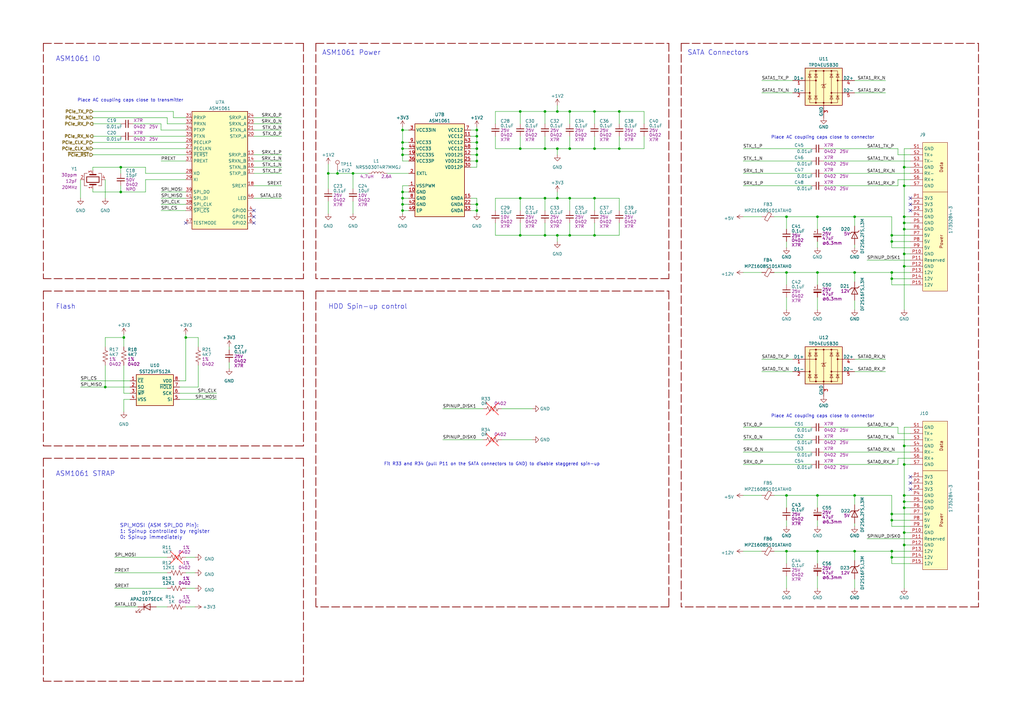
<source format=kicad_sch>
(kicad_sch (version 20211123) (generator eeschema)
  (paper "A3")
  (title_block (title "Pintry X2") (rev "${RevNum}") (company "www.cezarchirila.com") (comment 1 "2-bay NAS based on RPi CM4") (comment 9 "${DrawnBy}"))
  (junction (at 335.28 88.9) (diameter 0.9144))
  (junction (at 165.1 83.82) (diameter 0.9144))
  (junction (at 322.58 111.76) (diameter 0.9144))
  (junction (at 370.84 68.58) (diameter 0.9144))
  (junction (at 350.52 111.76) (diameter 0.9144))
  (junction (at 370.84 76.2) (diameter 0.9144))
  (junction (at 365.76 114.3) (diameter 0.9144))
  (junction (at 213.36 45.72) (diameter 0.9144))
  (junction (at 322.58 203.2) (diameter 0.9144))
  (junction (at 223.52 60.96) (diameter 0.9144))
  (junction (at 165.1 60.96) (diameter 0.9144))
  (junction (at 350.52 88.9) (diameter 0.9144))
  (junction (at 254 60.96) (diameter 0.9144))
  (junction (at 370.84 104.14) (diameter 0.9144))
  (junction (at 165.1 53.34) (diameter 0.9144))
  (junction (at 213.36 96.52) (diameter 0.9144))
  (junction (at 49.53 78.74) (diameter 0.9144))
  (junction (at 365.76 213.36) (diameter 0.9144))
  (junction (at 233.68 45.72) (diameter 0.9144))
  (junction (at 365.76 99.06) (diameter 0.9144))
  (junction (at 138.43 71.12) (diameter 0.9144))
  (junction (at 134.62 71.12) (diameter 0.9144))
  (junction (at 254 45.72) (diameter 0.9144))
  (junction (at 195.58 86.36))
  (junction (at 243.84 45.72) (diameter 0.9144))
  (junction (at 195.58 60.96) (diameter 0.9144))
  (junction (at 49.53 68.58) (diameter 0.9144))
  (junction (at 335.28 111.76) (diameter 0.9144))
  (junction (at 195.58 63.5) (diameter 0.9144))
  (junction (at 370.84 91.44) (diameter 0.9144))
  (junction (at 370.84 205.74) (diameter 0.9144))
  (junction (at 243.84 60.96) (diameter 0.9144))
  (junction (at 365.76 111.76) (diameter 0.9144))
  (junction (at 350.52 203.2) (diameter 0.9144))
  (junction (at 233.68 81.28) (diameter 0.9144))
  (junction (at 370.84 223.52) (diameter 0.9144))
  (junction (at 165.1 81.28) (diameter 0.9144))
  (junction (at 335.28 203.2) (diameter 0.9144))
  (junction (at 223.52 81.28) (diameter 0.9144))
  (junction (at 195.58 55.88) (diameter 0.9144))
  (junction (at 370.84 88.9) (diameter 0.9144))
  (junction (at 165.1 86.36))
  (junction (at 213.36 81.28) (diameter 0.9144))
  (junction (at 165.1 63.5) (diameter 0.9144))
  (junction (at 335.28 226.06) (diameter 0.9144))
  (junction (at 195.58 83.82) (diameter 0.9144))
  (junction (at 233.68 60.96) (diameter 0.9144))
  (junction (at 322.58 88.9) (diameter 0.9144))
  (junction (at 228.6 45.72) (diameter 0.9144))
  (junction (at 144.78 71.12) (diameter 0.9144))
  (junction (at 233.68 96.52) (diameter 0.9144))
  (junction (at 370.84 190.5) (diameter 0.9144))
  (junction (at 213.36 60.96) (diameter 0.9144))
  (junction (at 365.76 228.6) (diameter 0.9144))
  (junction (at 223.52 96.52) (diameter 0.9144))
  (junction (at 322.58 226.06) (diameter 0.9144))
  (junction (at 228.6 60.96) (diameter 0.9144))
  (junction (at 370.84 218.44) (diameter 0.9144))
  (junction (at 370.84 208.28) (diameter 0.9144))
  (junction (at 365.76 226.06) (diameter 0.9144))
  (junction (at 223.52 45.72) (diameter 0.9144))
  (junction (at 195.58 66.04) (diameter 0.9144))
  (junction (at 243.84 81.28) (diameter 0.9144))
  (junction (at 50.8 138.43) (diameter 0.9144))
  (junction (at 370.84 93.98) (diameter 0.9144))
  (junction (at 370.84 203.2) (diameter 0.9144))
  (junction (at 228.6 96.52) (diameter 0.9144))
  (junction (at 365.76 96.52) (diameter 0.9144))
  (junction (at 228.6 81.28) (diameter 0.9144))
  (junction (at 243.84 96.52) (diameter 0.9144))
  (junction (at 370.84 182.88) (diameter 0.9144))
  (junction (at 350.52 226.06) (diameter 0.9144))
  (junction (at 43.18 158.75) (diameter 0.9144))
  (junction (at 195.58 58.42) (diameter 0.9144))
  (junction (at 165.1 78.74) (diameter 0.9144))
  (junction (at 370.84 109.22) (diameter 0.9144))
  (junction (at 195.58 53.34) (diameter 0.9144))
  (junction (at 365.76 210.82) (diameter 0.9144))
  (junction (at 76.2 138.43) (diameter 0.9144))
  (junction (at 165.1 58.42) (diameter 0.9144))
  (no_connect (at 76.2 91.44))
  (no_connect (at 104.14 86.36))
  (no_connect (at 104.14 88.9))
  (no_connect (at 104.14 91.44))
  (no_connect (at 373.38 86.36))
  (no_connect (at 373.38 83.82))
  (no_connect (at 373.38 195.58))
  (no_connect (at 373.38 198.12))
  (no_connect (at 373.38 200.66))
  (no_connect (at 373.38 81.28))
  (wire (pts (xy 33.02 73.66) (xy 33.02 81.28)))
  (wire (pts (xy 304.8 88.9) (xy 312.42 88.9)))
  (wire (pts (xy 335.28 88.9) (xy 335.28 93.98)))
  (wire (pts (xy 104.14 66.04) (xy 115.57 66.04)))
  (wire (pts (xy 335.28 99.06) (xy 335.28 101.6)))
  (wire (pts (xy 138.43 69.85) (xy 138.43 71.12)))
  (wire (pts (xy 243.84 81.28) (xy 243.84 86.36)))
  (wire (pts (xy 365.76 215.9) (xy 365.76 213.36)))
  (wire (pts (xy 373.38 215.9) (xy 365.76 215.9)))
  (wire (pts (xy 370.84 76.2) (xy 370.84 88.9)))
  (wire (pts (xy 81.28 142.24) (xy 81.28 138.43)))
  (wire (pts (xy 304.8 190.5) (xy 332.74 190.5)))
  (wire (pts (xy 165.1 60.96) (xy 167.64 60.96)))
  (wire (pts (xy 368.3 73.66) (xy 373.38 73.66)))
  (wire (pts (xy 38.1 45.72) (xy 71.12 45.72)))
  (wire (pts (xy 71.12 48.26) (xy 71.12 45.72)))
  (wire (pts (xy 38.1 50.8) (xy 49.53 50.8)))
  (wire (pts (xy 49.53 76.2) (xy 49.53 78.74)))
  (wire (pts (xy 370.84 76.2) (xy 373.38 76.2)))
  (wire (pts (xy 93.98 148.59) (xy 93.98 151.13)))
  (wire (pts (xy 337.82 76.2) (xy 368.3 76.2)))
  (polyline (pts (xy 199.39 165.1) (xy 204.47 170.18)) (stroke (width 0.2) (type solid) (color 255 0 0 1)))
  (wire (pts (xy 73.66 156.21) (xy 76.2 156.21)))
  (wire (pts (xy 193.04 58.42) (xy 195.58 58.42)))
  (wire (pts (xy 195.58 52.07) (xy 195.58 53.34)))
  (wire (pts (xy 195.58 53.34) (xy 195.58 55.88)))
  (wire (pts (xy 195.58 55.88) (xy 195.58 58.42)))
  (wire (pts (xy 195.58 58.42) (xy 195.58 60.96)))
  (wire (pts (xy 195.58 60.96) (xy 195.58 63.5)))
  (wire (pts (xy 195.58 63.5) (xy 195.58 66.04)))
  (wire (pts (xy 195.58 66.04) (xy 195.58 68.58)))
  (wire (pts (xy 195.58 68.58) (xy 193.04 68.58)))
  (polyline (pts (xy 129.54 119.38) (xy 274.32 119.38)) (stroke (width 0.3) (type dash) (color 132 0 0 1)))
  (wire (pts (xy 370.84 68.58) (xy 370.84 76.2)))
  (wire (pts (xy 223.52 91.44) (xy 223.52 96.52)))
  (wire (pts (xy 203.2 81.28) (xy 203.2 86.36)))
  (wire (pts (xy 213.36 81.28) (xy 203.2 81.28)))
  (wire (pts (xy 223.52 81.28) (xy 213.36 81.28)))
  (wire (pts (xy 228.6 81.28) (xy 223.52 81.28)))
  (wire (pts (xy 233.68 81.28) (xy 228.6 81.28)))
  (wire (pts (xy 243.84 81.28) (xy 233.68 81.28)))
  (wire (pts (xy 254 81.28) (xy 243.84 81.28)))
  (wire (pts (xy 254 86.36) (xy 254 81.28)))
  (wire (pts (xy 243.84 91.44) (xy 243.84 96.52)))
  (wire (pts (xy 335.28 236.22) (xy 335.28 241.3)))
  (wire (pts (xy 370.84 205.74) (xy 373.38 205.74)))
  (wire (pts (xy 193.04 53.34) (xy 195.58 53.34)))
  (wire (pts (xy 158.75 71.12) (xy 167.64 71.12)))
  (wire (pts (xy 38.1 55.88) (xy 49.53 55.88)))
  (wire (pts (xy 165.1 63.5) (xy 167.64 63.5)))
  (wire (pts (xy 370.84 88.9) (xy 373.38 88.9)))
  (polyline (pts (xy 199.39 177.8) (xy 204.47 182.88)) (stroke (width 0.2) (type solid) (color 255 0 0 1)))
  (wire (pts (xy 335.28 111.76) (xy 335.28 116.84)))
  (wire (pts (xy 370.84 109.22) (xy 373.38 109.22)))
  (polyline (pts (xy 401.32 248.92) (xy 279.4 248.92)) (stroke (width 0.3) (type dash) (color 132 0 0 1)))
  (wire (pts (xy 335.28 226.06) (xy 335.28 231.14)))
  (wire (pts (xy 50.8 149.86) (xy 50.8 161.29)))
  (wire (pts (xy 304.8 71.12) (xy 332.74 71.12)))
  (wire (pts (xy 370.84 208.28) (xy 373.38 208.28)))
  (polyline (pts (xy 17.78 17.78) (xy 124.46 17.78)) (stroke (width 0.3) (type dash) (color 132 0 0 1)))
  (wire (pts (xy 317.5 88.9) (xy 322.58 88.9)))
  (wire (pts (xy 322.58 88.9) (xy 335.28 88.9)))
  (wire (pts (xy 350.52 147.32) (xy 363.22 147.32)))
  (wire (pts (xy 373.38 116.84) (xy 365.76 116.84)))
  (wire (pts (xy 49.53 68.58) (xy 49.53 71.12)))
  (wire (pts (xy 322.58 213.36) (xy 322.58 215.9)))
  (wire (pts (xy 104.14 50.8) (xy 115.57 50.8)))
  (wire (pts (xy 370.84 182.88) (xy 373.38 182.88)))
  (wire (pts (xy 66.04 78.74) (xy 76.2 78.74)))
  (polyline (pts (xy 274.32 119.38) (xy 274.32 248.92)) (stroke (width 0.3) (type dash) (color 132 0 0 1)))
  (wire (pts (xy 81.28 149.86) (xy 81.28 158.75)))
  (wire (pts (xy 233.68 55.88) (xy 233.68 60.96)))
  (wire (pts (xy 370.84 109.22) (xy 370.84 127)))
  (polyline (pts (xy 129.54 17.78) (xy 129.54 114.3)) (stroke (width 0.3) (type dash) (color 132 0 0 1)))
  (wire (pts (xy 76.2 241.3) (xy 80.01 241.3)))
  (polyline (pts (xy 124.46 187.96) (xy 124.46 279.4)) (stroke (width 0.3) (type dash) (color 132 0 0 1)))
  (wire (pts (xy 233.68 81.28) (xy 233.68 86.36)))
  (wire (pts (xy 71.12 48.26) (xy 76.2 48.26)))
  (wire (pts (xy 66.04 50.8) (xy 54.61 50.8)))
  (wire (pts (xy 66.04 53.34) (xy 66.04 50.8)))
  (wire (pts (xy 76.2 53.34) (xy 66.04 53.34)))
  (wire (pts (xy 76.2 228.6) (xy 80.01 228.6)))
  (wire (pts (xy 370.84 60.96) (xy 370.84 68.58)))
  (wire (pts (xy 93.98 142.24) (xy 93.98 143.51)))
  (wire (pts (xy 76.2 137.16) (xy 76.2 138.43)))
  (wire (pts (xy 165.1 53.34) (xy 167.64 53.34)))
  (wire (pts (xy 337.82 175.26) (xy 368.3 175.26)))
  (wire (pts (xy 368.3 177.8) (xy 368.3 175.26)))
  (wire (pts (xy 373.38 177.8) (xy 368.3 177.8)))
  (wire (pts (xy 193.04 81.28) (xy 195.58 81.28)))
  (wire (pts (xy 50.8 161.29) (xy 53.34 161.29)))
  (wire (pts (xy 254 45.72) (xy 254 50.8)))
  (wire (pts (xy 373.38 101.6) (xy 365.76 101.6)))
  (wire (pts (xy 370.84 93.98) (xy 373.38 93.98)))
  (wire (pts (xy 335.28 111.76) (xy 350.52 111.76)))
  (polyline (pts (xy 274.32 114.3) (xy 129.54 114.3)) (stroke (width 0.3) (type dash) (color 132 0 0 1)))
  (wire (pts (xy 38.1 60.96) (xy 76.2 60.96)))
  (wire (pts (xy 213.36 45.72) (xy 213.36 50.8)))
  (wire (pts (xy 228.6 43.18) (xy 228.6 45.72)))
  (wire (pts (xy 104.14 53.34) (xy 115.57 53.34)))
  (wire (pts (xy 203.2 45.72) (xy 203.2 50.8)))
  (wire (pts (xy 213.36 45.72) (xy 203.2 45.72)))
  (wire (pts (xy 223.52 45.72) (xy 213.36 45.72)))
  (wire (pts (xy 228.6 45.72) (xy 223.52 45.72)))
  (wire (pts (xy 233.68 45.72) (xy 228.6 45.72)))
  (wire (pts (xy 243.84 45.72) (xy 233.68 45.72)))
  (wire (pts (xy 254 45.72) (xy 243.84 45.72)))
  (wire (pts (xy 264.16 45.72) (xy 254 45.72)))
  (wire (pts (xy 264.16 50.8) (xy 264.16 45.72)))
  (wire (pts (xy 88.9 161.29) (xy 73.66 161.29)))
  (wire (pts (xy 165.1 81.28) (xy 167.64 81.28)))
  (wire (pts (xy 365.76 114.3) (xy 373.38 114.3)))
  (wire (pts (xy 66.04 81.28) (xy 76.2 81.28)))
  (wire (pts (xy 203.2 91.44) (xy 203.2 96.52)))
  (wire (pts (xy 203.2 96.52) (xy 213.36 96.52)))
  (wire (pts (xy 213.36 96.52) (xy 223.52 96.52)))
  (wire (pts (xy 223.52 96.52) (xy 228.6 96.52)))
  (wire (pts (xy 228.6 96.52) (xy 233.68 96.52)))
  (wire (pts (xy 233.68 96.52) (xy 243.84 96.52)))
  (wire (pts (xy 243.84 96.52) (xy 254 96.52)))
  (wire (pts (xy 254 96.52) (xy 254 91.44)))
  (wire (pts (xy 350.52 88.9) (xy 350.52 92.71)))
  (wire (pts (xy 370.84 190.5) (xy 373.38 190.5)))
  (wire (pts (xy 304.8 180.34) (xy 332.74 180.34)))
  (wire (pts (xy 104.14 76.2) (xy 115.57 76.2)))
  (wire (pts (xy 350.52 123.19) (xy 350.52 127)))
  (wire (pts (xy 304.8 111.76) (xy 312.42 111.76)))
  (wire (pts (xy 370.84 93.98) (xy 370.84 104.14)))
  (wire (pts (xy 312.42 152.4) (xy 325.12 152.4)))
  (polyline (pts (xy 199.39 170.18) (xy 204.47 165.1)) (stroke (width 0.2) (type solid) (color 255 0 0 1)))
  (polyline (pts (xy 129.54 17.78) (xy 274.32 17.78)) (stroke (width 0.3) (type dash) (color 132 0 0 1)))
  (wire (pts (xy 66.04 83.82) (xy 76.2 83.82)))
  (wire (pts (xy 322.58 226.06) (xy 335.28 226.06)))
  (wire (pts (xy 322.58 231.14) (xy 322.58 226.06)))
  (wire (pts (xy 335.28 226.06) (xy 350.52 226.06)))
  (wire (pts (xy 350.52 226.06) (xy 365.76 226.06)))
  (wire (pts (xy 365.76 226.06) (xy 373.38 226.06)))
  (polyline (pts (xy 69.85 226.06) (xy 74.93 231.14)) (stroke (width 0.2) (type solid) (color 255 0 0 1)))
  (polyline (pts (xy 401.32 17.78) (xy 401.32 248.92)) (stroke (width 0.3) (type dash) (color 132 0 0 1)))
  (wire (pts (xy 370.84 175.26) (xy 370.84 182.88)))
  (wire (pts (xy 370.84 182.88) (xy 370.84 190.5)))
  (wire (pts (xy 370.84 190.5) (xy 370.84 203.2)))
  (wire (pts (xy 370.84 203.2) (xy 370.84 205.74)))
  (wire (pts (xy 370.84 205.74) (xy 370.84 208.28)))
  (wire (pts (xy 370.84 208.28) (xy 370.84 218.44)))
  (wire (pts (xy 370.84 218.44) (xy 370.84 223.52)))
  (wire (pts (xy 370.84 223.52) (xy 370.84 241.3)))
  (wire (pts (xy 373.38 175.26) (xy 370.84 175.26)))
  (wire (pts (xy 337.82 71.12) (xy 373.38 71.12)))
  (wire (pts (xy 304.8 185.42) (xy 332.74 185.42)))
  (wire (pts (xy 50.8 138.43) (xy 50.8 142.24)))
  (wire (pts (xy 370.84 223.52) (xy 373.38 223.52)))
  (wire (pts (xy 370.84 91.44) (xy 370.84 93.98)))
  (wire (pts (xy 88.9 163.83) (xy 73.66 163.83)))
  (wire (pts (xy 76.2 248.92) (xy 80.01 248.92)))
  (wire (pts (xy 104.14 63.5) (xy 115.57 63.5)))
  (wire (pts (xy 373.38 96.52) (xy 365.76 96.52)))
  (wire (pts (xy 350.52 111.76) (xy 365.76 111.76)))
  (wire (pts (xy 43.18 73.66) (xy 43.18 81.28)))
  (wire (pts (xy 373.38 99.06) (xy 365.76 99.06)))
  (wire (pts (xy 203.2 55.88) (xy 203.2 60.96)))
  (wire (pts (xy 203.2 60.96) (xy 213.36 60.96)))
  (wire (pts (xy 213.36 60.96) (xy 223.52 60.96)))
  (wire (pts (xy 223.52 60.96) (xy 228.6 60.96)))
  (wire (pts (xy 228.6 60.96) (xy 233.68 60.96)))
  (wire (pts (xy 233.68 60.96) (xy 243.84 60.96)))
  (wire (pts (xy 243.84 60.96) (xy 254 60.96)))
  (wire (pts (xy 254 60.96) (xy 264.16 60.96)))
  (wire (pts (xy 264.16 60.96) (xy 264.16 55.88)))
  (wire (pts (xy 373.38 63.5) (xy 368.3 63.5)))
  (wire (pts (xy 350.52 100.33) (xy 350.52 101.6)))
  (wire (pts (xy 46.99 234.95) (xy 68.58 234.95)))
  (wire (pts (xy 165.1 78.74) (xy 167.64 78.74)))
  (wire (pts (xy 43.18 138.43) (xy 50.8 138.43)))
  (wire (pts (xy 50.8 138.43) (xy 50.8 137.16)))
  (wire (pts (xy 38.1 78.74) (xy 49.53 78.74)))
  (wire (pts (xy 49.53 78.74) (xy 59.69 78.74)))
  (wire (pts (xy 59.69 73.66) (xy 76.2 73.66)))
  (wire (pts (xy 59.69 78.74) (xy 59.69 73.66)))
  (wire (pts (xy 134.62 82.55) (xy 134.62 87.63)))
  (wire (pts (xy 205.74 180.34) (xy 218.44 180.34)))
  (wire (pts (xy 38.1 68.58) (xy 38.1 69.85)))
  (wire (pts (xy 104.14 71.12) (xy 115.57 71.12)))
  (polyline (pts (xy 124.46 17.78) (xy 124.46 114.3)) (stroke (width 0.3) (type dash) (color 132 0 0 1)))
  (wire (pts (xy 322.58 236.22) (xy 322.58 241.3)))
  (wire (pts (xy 243.84 45.72) (xy 243.84 50.8)))
  (wire (pts (xy 38.1 77.47) (xy 38.1 78.74)))
  (wire (pts (xy 43.18 149.86) (xy 43.18 158.75)))
  (wire (pts (xy 193.04 83.82) (xy 195.58 83.82)))
  (wire (pts (xy 370.84 91.44) (xy 373.38 91.44)))
  (wire (pts (xy 304.8 66.04) (xy 332.74 66.04)))
  (wire (pts (xy 370.84 203.2) (xy 373.38 203.2)))
  (polyline (pts (xy 279.4 17.78) (xy 401.32 17.78)) (stroke (width 0.3) (type dash) (color 132 0 0 1)))
  (wire (pts (xy 337.82 66.04) (xy 373.38 66.04)))
  (wire (pts (xy 76.2 138.43) (xy 76.2 156.21)))
  (polyline (pts (xy 124.46 279.4) (xy 17.78 279.4)) (stroke (width 0.3) (type dash) (color 132 0 0 1)))
  (wire (pts (xy 317.5 111.76) (xy 322.58 111.76)))
  (wire (pts (xy 165.1 76.2) (xy 167.64 76.2)))
  (wire (pts (xy 165.1 78.74) (xy 165.1 76.2)))
  (wire (pts (xy 165.1 81.28) (xy 165.1 78.74)))
  (wire (pts (xy 165.1 83.82) (xy 165.1 81.28)))
  (wire (pts (xy 165.1 86.36) (xy 165.1 83.82)))
  (wire (pts (xy 165.1 87.63) (xy 165.1 86.36)))
  (polyline (pts (xy 17.78 187.96) (xy 124.46 187.96)) (stroke (width 0.3) (type dash) (color 132 0 0 1)))
  (wire (pts (xy 165.1 52.07) (xy 165.1 53.34)))
  (wire (pts (xy 165.1 53.34) (xy 165.1 58.42)))
  (wire (pts (xy 165.1 58.42) (xy 165.1 60.96)))
  (wire (pts (xy 165.1 60.96) (xy 165.1 63.5)))
  (wire (pts (xy 165.1 63.5) (xy 165.1 66.04)))
  (wire (pts (xy 165.1 66.04) (xy 167.64 66.04)))
  (wire (pts (xy 38.1 48.26) (xy 68.58 48.26)))
  (wire (pts (xy 68.58 50.8) (xy 68.58 48.26)))
  (wire (pts (xy 76.2 50.8) (xy 68.58 50.8)))
  (wire (pts (xy 223.52 45.72) (xy 223.52 50.8)))
  (wire (pts (xy 355.6 106.68) (xy 373.38 106.68)))
  (wire (pts (xy 335.28 88.9) (xy 350.52 88.9)))
  (polyline (pts (xy 17.78 119.38) (xy 17.78 182.88)) (stroke (width 0.3) (type dash) (color 132 0 0 1)))
  (polyline (pts (xy 17.78 119.38) (xy 124.46 119.38)) (stroke (width 0.3) (type dash) (color 132 0 0 1)))
  (polyline (pts (xy 124.46 119.38) (xy 124.46 182.88)) (stroke (width 0.3) (type dash) (color 132 0 0 1)))
  (polyline (pts (xy 124.46 182.88) (xy 17.78 182.88)) (stroke (width 0.3) (type dash) (color 132 0 0 1)))
  (wire (pts (xy 304.8 226.06) (xy 312.42 226.06)))
  (wire (pts (xy 350.52 111.76) (xy 350.52 115.57)))
  (wire (pts (xy 193.04 63.5) (xy 195.58 63.5)))
  (wire (pts (xy 322.58 111.76) (xy 335.28 111.76)))
  (wire (pts (xy 144.78 71.12) (xy 144.78 77.47)))
  (wire (pts (xy 151.13 71.12) (xy 144.78 71.12)))
  (wire (pts (xy 365.76 228.6) (xy 373.38 228.6)))
  (wire (pts (xy 73.66 158.75) (xy 81.28 158.75)))
  (wire (pts (xy 233.68 91.44) (xy 233.68 96.52)))
  (polyline (pts (xy 69.85 231.14) (xy 74.93 226.06)) (stroke (width 0.2) (type solid) (color 255 0 0 1)))
  (wire (pts (xy 373.38 60.96) (xy 370.84 60.96)))
  (wire (pts (xy 33.02 156.21) (xy 53.34 156.21)))
  (wire (pts (xy 193.04 66.04) (xy 195.58 66.04)))
  (wire (pts (xy 50.8 163.83) (xy 53.34 163.83)))
  (wire (pts (xy 50.8 168.91) (xy 50.8 163.83)))
  (wire (pts (xy 254 55.88) (xy 254 60.96)))
  (wire (pts (xy 322.58 99.06) (xy 322.58 101.6)))
  (wire (pts (xy 304.8 203.2) (xy 312.42 203.2)))
  (wire (pts (xy 322.58 208.28) (xy 322.58 203.2)))
  (wire (pts (xy 66.04 86.36) (xy 76.2 86.36)))
  (wire (pts (xy 350.52 33.02) (xy 363.22 33.02)))
  (wire (pts (xy 76.2 138.43) (xy 81.28 138.43)))
  (wire (pts (xy 181.61 180.34) (xy 198.12 180.34)))
  (wire (pts (xy 76.2 234.95) (xy 80.01 234.95)))
  (wire (pts (xy 370.84 68.58) (xy 373.38 68.58)))
  (wire (pts (xy 233.68 45.72) (xy 233.68 50.8)))
  (wire (pts (xy 312.42 147.32) (xy 325.12 147.32)))
  (wire (pts (xy 365.76 96.52) (xy 365.76 88.9)))
  (wire (pts (xy 322.58 121.92) (xy 322.58 127)))
  (wire (pts (xy 193.04 86.36) (xy 195.58 86.36)))
  (wire (pts (xy 193.04 55.88) (xy 195.58 55.88)))
  (wire (pts (xy 195.58 81.28) (xy 195.58 83.82)))
  (wire (pts (xy 195.58 83.82) (xy 195.58 86.36)))
  (wire (pts (xy 195.58 86.36) (xy 195.58 87.63)))
  (polyline (pts (xy 17.78 187.96) (xy 17.78 279.4)) (stroke (width 0.3) (type dash) (color 132 0 0 1)))
  (polyline (pts (xy 199.39 182.88) (xy 204.47 177.8)) (stroke (width 0.2) (type solid) (color 255 0 0 1)))
  (wire (pts (xy 317.5 226.06) (xy 322.58 226.06)))
  (wire (pts (xy 322.58 116.84) (xy 322.58 111.76)))
  (wire (pts (xy 370.84 218.44) (xy 373.38 218.44)))
  (wire (pts (xy 134.62 71.12) (xy 138.43 71.12)))
  (wire (pts (xy 134.62 77.47) (xy 134.62 71.12)))
  (wire (pts (xy 138.43 71.12) (xy 144.78 71.12)))
  (wire (pts (xy 46.99 248.92) (xy 56.515 248.92)))
  (wire (pts (xy 312.42 38.1) (xy 325.12 38.1)))
  (wire (pts (xy 337.82 185.42) (xy 373.38 185.42)))
  (wire (pts (xy 66.04 66.04) (xy 76.2 66.04)))
  (wire (pts (xy 304.8 76.2) (xy 332.74 76.2)))
  (wire (pts (xy 355.6 220.98) (xy 373.38 220.98)))
  (wire (pts (xy 54.61 55.88) (xy 76.2 55.88)))
  (wire (pts (xy 134.62 67.31) (xy 134.62 71.12)))
  (wire (pts (xy 144.78 82.55) (xy 144.78 87.63)))
  (wire (pts (xy 335.28 203.2) (xy 335.28 208.28)))
  (wire (pts (xy 304.8 60.96) (xy 332.74 60.96)))
  (wire (pts (xy 193.04 60.96) (xy 195.58 60.96)))
  (wire (pts (xy 104.14 55.88) (xy 115.57 55.88)))
  (wire (pts (xy 165.1 58.42) (xy 167.64 58.42)))
  (wire (pts (xy 104.14 81.28) (xy 115.57 81.28)))
  (polyline (pts (xy 274.32 17.78) (xy 274.32 114.3)) (stroke (width 0.3) (type dash) (color 132 0 0 1)))
  (wire (pts (xy 335.28 203.2) (xy 350.52 203.2)))
  (wire (pts (xy 43.18 138.43) (xy 43.18 142.24)))
  (wire (pts (xy 350.52 203.2) (xy 350.52 207.01)))
  (wire (pts (xy 104.14 68.58) (xy 115.57 68.58)))
  (polyline (pts (xy 17.78 17.78) (xy 17.78 114.3)) (stroke (width 0.3) (type dash) (color 132 0 0 1)))
  (wire (pts (xy 228.6 78.74) (xy 228.6 81.28)))
  (wire (pts (xy 337.82 190.5) (xy 368.3 190.5)))
  (wire (pts (xy 368.3 187.96) (xy 373.38 187.96)))
  (wire (pts (xy 368.3 190.5) (xy 368.3 187.96)))
  (wire (pts (xy 365.76 228.6) (xy 365.76 226.06)))
  (wire (pts (xy 365.76 231.14) (xy 365.76 228.6)))
  (wire (pts (xy 373.38 231.14) (xy 365.76 231.14)))
  (wire (pts (xy 304.8 175.26) (xy 332.74 175.26)))
  (wire (pts (xy 365.76 114.3) (xy 365.76 111.76)))
  (wire (pts (xy 370.84 104.14) (xy 373.38 104.14)))
  (wire (pts (xy 312.42 33.02) (xy 325.12 33.02)))
  (wire (pts (xy 365.76 213.36) (xy 365.76 210.82)))
  (wire (pts (xy 373.38 213.36) (xy 365.76 213.36)))
  (wire (pts (xy 213.36 55.88) (xy 213.36 60.96)))
  (wire (pts (xy 365.76 99.06) (xy 365.76 96.52)))
  (wire (pts (xy 350.52 226.06) (xy 350.52 229.87)))
  (polyline (pts (xy 124.46 114.3) (xy 17.78 114.3)) (stroke (width 0.3) (type dash) (color 132 0 0 1)))
  (wire (pts (xy 223.52 55.88) (xy 223.52 60.96)))
  (wire (pts (xy 322.58 203.2) (xy 335.28 203.2)))
  (wire (pts (xy 365.76 203.2) (xy 350.52 203.2)))
  (wire (pts (xy 365.76 210.82) (xy 365.76 203.2)))
  (wire (pts (xy 373.38 210.82) (xy 365.76 210.82)))
  (wire (pts (xy 337.82 60.96) (xy 368.3 60.96)))
  (polyline (pts (xy 279.4 17.78) (xy 279.4 248.92)) (stroke (width 0.3) (type dash) (color 132 0 0 1)))
  (wire (pts (xy 350.52 38.1) (xy 363.22 38.1)))
  (polyline (pts (xy 274.32 248.92) (xy 129.54 248.92)) (stroke (width 0.3) (type dash) (color 132 0 0 1)))
  (wire (pts (xy 335.28 213.36) (xy 335.28 215.9)))
  (wire (pts (xy 350.52 152.4) (xy 363.22 152.4)))
  (wire (pts (xy 365.76 101.6) (xy 365.76 99.06)))
  (wire (pts (xy 165.1 83.82) (xy 167.64 83.82)))
  (wire (pts (xy 181.61 167.64) (xy 198.12 167.64)))
  (wire (pts (xy 370.84 88.9) (xy 370.84 91.44)))
  (wire (pts (xy 365.76 111.76) (xy 373.38 111.76)))
  (wire (pts (xy 243.84 55.88) (xy 243.84 60.96)))
  (wire (pts (xy 46.99 228.6) (xy 68.58 228.6)))
  (wire (pts (xy 228.6 60.96) (xy 228.6 63.5)))
  (polyline (pts (xy 129.54 119.38) (xy 129.54 248.92)) (stroke (width 0.3) (type dash) (color 132 0 0 1)))
  (wire (pts (xy 213.36 91.44) (xy 213.36 96.52)))
  (wire (pts (xy 33.02 158.75) (xy 43.18 158.75)))
  (wire (pts (xy 43.18 158.75) (xy 53.34 158.75)))
  (wire (pts (xy 38.1 63.5) (xy 76.2 63.5)))
  (wire (pts (xy 368.3 76.2) (xy 368.3 73.66)))
  (wire (pts (xy 223.52 81.28) (xy 223.52 86.36)))
  (wire (pts (xy 350.52 237.49) (xy 350.52 241.3)))
  (wire (pts (xy 104.14 48.26) (xy 115.57 48.26)))
  (wire (pts (xy 337.82 180.34) (xy 373.38 180.34)))
  (wire (pts (xy 317.5 203.2) (xy 322.58 203.2)))
  (wire (pts (xy 46.99 241.3) (xy 68.58 241.3)))
  (wire (pts (xy 205.74 167.64) (xy 218.44 167.64)))
  (wire (pts (xy 213.36 81.28) (xy 213.36 86.36)))
  (wire (pts (xy 365.76 88.9) (xy 350.52 88.9)))
  (wire (pts (xy 322.58 93.98) (xy 322.58 88.9)))
  (wire (pts (xy 368.3 63.5) (xy 368.3 60.96)))
  (wire (pts (xy 350.52 214.63) (xy 350.52 215.9)))
  (wire (pts (xy 365.76 116.84) (xy 365.76 114.3)))
  (wire (pts (xy 370.84 104.14) (xy 370.84 109.22)))
  (wire (pts (xy 38.1 58.42) (xy 76.2 58.42)))
  (wire (pts (xy 64.135 248.92) (xy 68.58 248.92)))
  (wire (pts (xy 165.1 86.36) (xy 167.64 86.36)))
  (wire (pts (xy 335.28 121.92) (xy 335.28 127)))
  (wire (pts (xy 38.1 68.58) (xy 49.53 68.58)))
  (wire (pts (xy 49.53 68.58) (xy 59.69 68.58)))
  (wire (pts (xy 59.69 68.58) (xy 59.69 71.12)))
  (wire (pts (xy 59.69 71.12) (xy 76.2 71.12)))
  (wire (pts (xy 228.6 96.52) (xy 228.6 99.06)))
  (text "SATA Connectors\n" (at 281.94 22.86 0) (effects (font (size 2 2)) (justify left bottom)))
  (text "ASM1061 STRAP\n" (at 22.86 195.58 0) (effects (font (size 2 2)) (justify left bottom)))
  (text "ASM1061 IO" (at 22.86 25.4 0) (effects (font (size 2 2)) (justify left bottom)))
  (text "Flash" (at 22.86 127 0) (effects (font (size 2 2)) (justify left bottom)))
  (text "Place AC coupling caps close to transmitter" (at 31.75 41.91 0) (effects (font (size 1.27 1.27)) (justify left bottom)))
  (text "SPI_MOSI (ASM SPI_DO Pin):\n1: Spinup controlled by register\n0: Spinup immediately      \n" (at 49.149 221.361 0) (effects (font (size 1.5 1.5)) (justify left bottom)))
  (text "HDD Spin-up control\n" (at 134.62 127 0) (effects (font (size 2 2)) (justify left bottom)))
  (text "Place AC coupling caps close to connector" (at 316.23 57.15 0) (effects (font (size 1.27 1.27)) (justify left bottom)))
  (text "Fit R33 and R34 (pull P11 on the SATA connectors to GND) to disable staggered spin-up" (at 157.48 191.135 0) (effects (font (size 1.27 1.27)) (justify left bottom)))
  (text "Place AC coupling caps close to connector" (at 316.23 171.45 0) (effects (font (size 1.27 1.27)) (justify left bottom)))
  (text "ASM1061 Power" (at 132.08 22.86 0) (effects (font (size 2 2)) (justify left bottom)))
  (label "SRX_0_P" (at 304.8 190.5 0))
  (label "SATA0_TX_P" (at 312.42 147.32 0))
  (label "SATA0_RX_N" (at 363.22 147.32 180))
  (label "SPI_MISO" (at 33.02 158.75 0))
  (label "SATA1_RX_N" (at 363.22 33.02 180))
  (label "SATA0_TX_N" (at 312.42 152.4 0))
  (label "STX_1_P" (at 304.8 60.96 0))
  (label "SRX_0_N" (at 115.57 50.8 180))
  (label "SRX_0_P" (at 115.57 48.26 180))
  (label "SATA1_TX_N" (at 355.6 66.04 0))
  (label "SATA1_RX_N" (at 355.6 71.12 0))
  (label "STX_0_N" (at 115.57 53.34 180))
  (label "STX_1_P" (at 115.57 71.12 180))
  (label "SPI_MOSI" (at 66.04 78.74 0))
  (label "STX_0_P" (at 304.8 175.26 0))
  (label "SATA1_RX_P" (at 355.6 76.2 0))
  (label "SPI_CLK" (at 66.04 83.82 0))
  (label "SATA1_RX_P" (at 363.22 38.1 180))
  (label "SATA_LED" (at 115.57 81.28 180))
  (label "SPINUP_DISK0" (at 181.61 180.34 0))
  (label "SATA0_TX_P" (at 355.6 175.26 0))
  (label "PREXT" (at 66.04 66.04 0))
  (label "SPI_MOSI" (at 46.99 228.6 0))
  (label "SPI_MOSI" (at 88.9 163.83 180))
  (label "SRX_0_N" (at 304.8 185.42 0))
  (label "SATA1_TX_P" (at 355.6 60.96 0))
  (label "SREXT" (at 46.99 241.3 0))
  (label "STX_1_N" (at 304.8 66.04 0))
  (label "STX_0_N" (at 304.8 180.34 0))
  (label "SRX_1_N" (at 304.8 71.12 0))
  (label "STX_1_N" (at 115.57 68.58 180))
  (label "SATA0_RX_P" (at 363.22 152.4 180))
  (label "SPI_MISO" (at 66.04 81.28 0))
  (label "SPINUP_DISK1" (at 181.61 167.64 0))
  (label "SATA1_TX_N" (at 312.42 38.1 0))
  (label "SRX_1_N" (at 115.57 66.04 180))
  (label "SPI_CS" (at 66.04 86.36 0))
  (label "SATA0_RX_N" (at 355.6 185.42 0))
  (label "SPI_CS" (at 33.02 156.21 0))
  (label "PREXT" (at 46.99 234.95 0))
  (label "SRX_1_P" (at 115.57 63.5 180))
  (label "SATA0_RX_P" (at 355.6 190.5 0))
  (label "SPINUP_DISK1" (at 355.6 106.68 0))
  (label "SATA_LED" (at 46.99 248.92 0))
  (label "SATA0_TX_N" (at 355.6 180.34 0))
  (label "SPI_CLK" (at 88.9 161.29 180))
  (label "SREXT" (at 115.57 76.2 180))
  (label "SPINUP_DISK0" (at 355.6 220.98 0))
  (label "STX_0_P" (at 115.57 55.88 180))
  (label "SATA1_TX_P" (at 312.42 33.02 0))
  (label "SRX_1_P" (at 304.8 76.2 0))
  (hierarchical_label "~{PCIe_RST}" (shape input) (at 38.1 63.5 180) (effects (font (thickness 0.254) bold)))
  (hierarchical_label "PCIe_RX_P" (shape output) (at 38.1 50.8 180) (effects (font (thickness 0.254) bold)))
  (hierarchical_label "PCIe_TX_N" (shape input) (at 38.1 48.26 180) (effects (font (thickness 0.254) bold)))
  (hierarchical_label "PCIe_CLK_P" (shape input) (at 38.1 58.42 180) (effects (font (thickness 0.254) bold)))
  (hierarchical_label "PCIe_RX_N" (shape output) (at 38.1 55.88 180) (effects (font (thickness 0.254) bold)))
  (hierarchical_label "PCIe_TX_P" (shape input) (at 38.1 45.72 180) (effects (font (thickness 0.254) bold)))
  (hierarchical_label "PCIe_CLK_N" (shape input) (at 38.1 60.96 180) (effects (font (thickness 0.254) bold)))
  (symbol (lib_id "power:GND") (at 350.52 101.6 0) (unit 1)
    (property "Reference" "#PWR0124" (effects hide))
    (property "Value" "GND" (at 350.52 105.41 0))
  )
  (symbol (lib_id "PintryParts-Symbols:1735284-3") (at 378.46 58.42 0) (unit 1)
    (property "Reference" "J9" (at 377.19 55.2449 0) (effects (justify left)))
    (property "Value" "1735284-3" (at 389.89 95.8849 90) (effects (justify left)))
    (property "Footprint" "PintryParts-Footprints:TE_1735284-3" (effects hide))
    (property "Manufacturer" "TE Connectivity" (effects hide))
    (property "Part Number" "1735284-3" (effects hide))
  )
  (symbol (lib_id "power:GND") (at 322.58 215.9 0) (unit 1)
    (property "Reference" "#PWR0116" (effects hide))
    (property "Value" "GND" (at 322.58 219.71 0))
  )
  (symbol (lib_id "Device:C_Small") (at 93.98 146.05 0) (unit 1)
    (property "Reference" "C27" (at 96.012 142.3669 0) (effects (justify left)))
    (property "Value" "0.1uF" (at 96.012 144.2719 0) (effects (justify left)))
    (property "Footprint" "PintryParts-Footprints:C_0402_1005Metric" (effects hide))
    (property "Voltage Rating" "25V" (at 96.012 146.177 0) (effects (justify left)))
    (property "Size" "0402" (at 96.012 148.082 0) (effects (justify left)))
    (property "Type" "X7R" (at 96.012 149.987 0) (effects (justify left)))
  )
  (symbol (lib_id "power:GND") (at 228.6 63.5 0) (unit 1)
    (property "Reference" "#PWR0107" (effects hide))
    (property "Value" "GND" (at 228.6 68.58 0))
  )
  (symbol (lib_id "Device:C_Small") (at 233.68 53.34 0) (unit 1)
    (property "Reference" "C34" (at 235.712 49.6569 0) (effects (justify left)))
    (property "Value" "0.1uF" (at 235.712 51.5619 0) (effects (justify left)))
    (property "Footprint" "PintryParts-Footprints:C_0402_1005Metric" (effects hide))
    (property "Voltage Rating" "25V" (at 235.712 53.467 0) (effects (justify left)))
    (property "Size" "0402" (at 235.712 55.372 0) (effects (justify left)))
    (property "Type" "X7R" (at 235.712 57.277 0) (effects (justify left)))
  )
  (symbol (lib_id "PintryParts-Symbols:NRS5030T4R7MMGJ") (at 154.94 71.12 90) (unit 1)
    (property "Reference" "L1" (at 155.5749 66.04 90) (effects (justify left)))
    (property "Value" "NRS5030T4R7MMGJ" (at 164.465 68.58 90) (effects (justify left)))
    (property "Footprint" "PintryParts-Footprints:L_Taiyo-Yuden_NR-50xx" (effects hide))
    (property "Datasheet" "https://www.yuden.co.jp/productdata/catalog/wound04_e.pdf" (effects hide))
    (property "Part Number" "NRS5030T4R7MMGJ" (effects hide))
    (property "Manufacturer" "Taiyo Yuden" (effects hide))
    (property "Current Rating" "2.6A" (at 160.655 72.39 90) (effects (justify left)))
    (property "Inductance" "4.7uH" (at 150.495 72.39 90))
  )
  (symbol (lib_id "PintryParts-Symbols:SST25VF512A") (at 63.5 161.29 0) (unit 1)
    (property "Reference" "U10" (at 63.5 149.86 0))
    (property "Value" "SST25VF512A" (at 63.5 152.4 0))
    (property "Footprint" "Package_SO:SOIC-8_3.9x4.9mm_P1.27mm" (effects hide))
    (property "Datasheet" "https://ww1.microchip.com/downloads/en/DeviceDoc/25090A.pdf" (effects hide))
    (property "Part Number" "SST25VF512A-33-4I-SAE-T" (effects hide))
    (property "Manufacturer" "Microchip" (effects hide))
  )
  (symbol (lib_id "Device:C_Small") (at 335.28 190.5 90) (unit 1)
    (property "Reference" "C54" (at 329.6919 189.103 90) (effects (justify left)))
    (property "Value" "0.01uF" (at 333.5019 191.643 90) (effects (justify left)))
    (property "Footprint" "PintryParts-Footprints:C_0402_1005Metric" (effects hide))
    (property "Voltage Rating" "25V" (at 344.297 191.643 90) (effects (justify right)))
    (property "Size" "0402" (at 337.947 191.643 90) (effects (justify right)))
    (property "Type" "X7R" (at 337.947 189.103 90) (effects (justify right)))
  )
  (symbol (lib_id "PintryParts-Symbols:MPZ1608S101ATAH0") (at 314.96 226.06 270) (unit 1)
    (property "Reference" "FB6" (at 314.96 220.98 90))
    (property "Value" "MPZ1608S101ATAH0" (at 314.96 223.52 90))
    (property "Footprint" "PintryParts-Footprints:L_0603_1608Metric" (effects hide))
    (property "Datasheet" "https://product.tdk.com/info/en/catalog/datasheets/beads_commercial_power_mpz1608_en.pdf?ref_disty=digikey" (effects hide))
    (property "Impedance" "100Ω @ 100MHz" (effects hide))
    (property "Manufacturer" "TDK" (effects hide))
    (property "Part Number" "MPZ1608S101ATAH0" (effects hide))
  )
  (symbol (lib_id "PintryParts-Symbols:1735284-3") (at 378.46 172.72 0) (unit 1)
    (property "Reference" "J10" (at 377.19 169.5449 0) (effects (justify left)))
    (property "Value" "1735284-3" (at 389.89 210.1849 90) (effects (justify left)))
    (property "Footprint" "PintryParts-Footprints:TE_1735284-3" (effects hide))
    (property "Manufacturer" "TE Connectivity" (effects hide))
    (property "Part Number" "1735284-3" (effects hide))
  )
  (symbol (lib_id "power:GND") (at 335.28 241.3 0) (unit 1)
    (property "Reference" "#PWR0121" (effects hide))
    (property "Value" "GND" (at 335.28 245.11 0))
  )
  (symbol (lib_id "PintryParts-Symbols:TPD4EUSB30") (at 337.82 149.86 0) (unit 1)
    (property "Reference" "U12" (at 337.82 138.43 0))
    (property "Value" "TPD4EUSB30" (at 337.82 140.97 0))
    (property "Footprint" "Package_SON:USON-10_2.5x1.0mm_P0.5mm" (effects hide))
    (property "Datasheet" "http://www.ti.com/lit/ds/symlink/tpd2eusb30a.pdf" (effects hide))
    (property "Part Number" "TPD4EUSB30DQAR" (effects hide))
    (property "Manufacturer" "Texas Instruments" (effects hide))
  )
  (symbol (lib_id "power:+3.3V") (at 165.1 52.07 0) (unit 1)
    (property "Reference" "#PWR093" (effects hide))
    (property "Value" "+3.3V" (at 165.1 48.26 0))
  )
  (symbol (lib_id "power:GND") (at 43.18 81.28 0) (unit 1)
    (property "Reference" "#PWR0102" (effects hide))
    (property "Value" "GND" (at 43.18 86.36 0))
  )
  (symbol (lib_id "power:+5V") (at 304.8 88.9 90) (unit 1)
    (property "Reference" "#PWR0110" (effects hide))
    (property "Value" "+5V" (at 300.99 89.5349 90) (effects (justify left)))
  )
  (symbol (lib_id "power:+3.3V") (at 93.98 142.24 0) (unit 1)
    (property "Reference" "#PWR098" (effects hide))
    (property "Value" "+3.3V" (at 93.98 138.43 0))
  )
  (symbol (lib_id "Device:R_US") (at 201.93 167.64 90) (unit 1)
    (property "Reference" "R33" (at 201.1679 163.576 90) (effects (justify left)))
    (property "Value" "0R" (at 200.0249 165.481 90) (effects (justify left)))
    (property "Footprint" "PintryParts-Footprints:R_0402_1005Metric" (effects hide))
    (property "Tolerance" "1%" (effects hide))
    (property "Size" "0402" (at 202.692 165.481 90) (effects (justify right)))
    (property "fit_field" "dnf" (effects hide))
  )
  (symbol (lib_id "Device:R_US") (at 72.39 241.3 90) (unit 1)
    (property "Reference" "R13" (at 70.3579 237.236 90) (effects (justify left)))
    (property "Value" "12K1" (at 71.7549 239.141 90) (effects (justify left)))
    (property "Footprint" "PintryParts-Footprints:R_0402_1005Metric" (effects hide))
    (property "Tolerance" "1%" (at 74.93 237.236 90) (effects (justify right)))
    (property "Size" "0402" (at 73.152 239.141 90) (effects (justify right)))
  )
  (symbol (lib_id "power:GND") (at 93.98 151.13 0) (unit 1)
    (property "Reference" "#PWR099" (effects hide))
    (property "Value" "GND" (at 93.98 156.21 0))
  )
  (symbol (lib_id "power:+5V") (at 304.8 203.2 90) (unit 1)
    (property "Reference" "#PWR0112" (effects hide))
    (property "Value" "+5V" (at 300.99 203.8349 90) (effects (justify left)))
  )
  (symbol (lib_id "power:GND") (at 370.84 241.3 0) (unit 1)
    (property "Reference" "#PWR0129" (effects hide))
    (property "Value" "GND" (at 370.84 245.11 0))
  )
  (symbol (lib_id "Device:C_Small") (at 322.58 233.68 0) (unit 1)
    (property "Reference" "C44" (at 324.612 229.9969 0) (effects (justify left)))
    (property "Value" "0.1uF" (at 324.612 231.9019 0) (effects (justify left)))
    (property "Footprint" "PintryParts-Footprints:C_0402_1005Metric" (effects hide))
    (property "Voltage Rating" "25V" (at 324.612 233.807 0) (effects (justify left)))
    (property "Size" "0402" (at 324.612 235.712 0) (effects (justify left)))
    (property "Type" "X7R" (at 324.612 237.617 0) (effects (justify left)))
  )
  (symbol (lib_id "power:+1V2") (at 195.58 52.07 0) (unit 1)
    (property "Reference" "#PWR0104" (effects hide))
    (property "Value" "+1V2" (at 195.58 48.26 0))
  )
  (symbol (lib_id "Device:C_Small") (at 233.68 88.9 0) (unit 1)
    (property "Reference" "C35" (at 235.712 85.2169 0) (effects (justify left)))
    (property "Value" "0.1uF" (at 235.712 87.1219 0) (effects (justify left)))
    (property "Footprint" "PintryParts-Footprints:C_0402_1005Metric" (effects hide))
    (property "Voltage Rating" "25V" (at 235.712 89.027 0) (effects (justify left)))
    (property "Size" "0402" (at 235.712 90.932 0) (effects (justify left)))
    (property "Type" "X7R" (at 235.712 92.837 0) (effects (justify left)))
  )
  (symbol (lib_id "power:GND") (at 33.02 81.28 0) (unit 1)
    (property "Reference" "#PWR0101" (effects hide))
    (property "Value" "GND" (at 33.02 86.36 0))
  )
  (symbol (lib_id "power:GND") (at 134.62 87.63 0) (unit 1)
    (property "Reference" "#PWR081" (effects hide))
    (property "Value" "GND" (at 134.62 92.71 0))
  )
  (symbol (lib_id "power:+1V2") (at 228.6 43.18 0) (unit 1)
    (property "Reference" "#PWR0106" (effects hide))
    (property "Value" "+1V2" (at 228.6 39.37 0))
  )
  (symbol (lib_id "power:+12V") (at 304.8 111.76 90) (unit 1)
    (property "Reference" "#PWR0111" (effects hide))
    (property "Value" "+12V" (at 300.99 112.3949 90) (effects (justify left)))
  )
  (symbol (lib_id "Device:C_Small") (at 322.58 96.52 0) (unit 1)
    (property "Reference" "C41" (at 324.612 92.8369 0) (effects (justify left)))
    (property "Value" "0.1uF" (at 324.612 94.7419 0) (effects (justify left)))
    (property "Footprint" "PintryParts-Footprints:C_0402_1005Metric" (effects hide))
    (property "Voltage Rating" "25V" (at 324.612 96.647 0) (effects (justify left)))
    (property "Size" "0402" (at 324.612 98.552 0) (effects (justify left)))
    (property "Type" "X7R" (at 324.612 100.457 0) (effects (justify left)))
  )
  (symbol (lib_id "power:GND") (at 350.52 127 0) (unit 1)
    (property "Reference" "#PWR0125" (effects hide))
    (property "Value" "GND" (at 350.52 130.81 0))
  )
  (symbol (lib_id "Device:C_Small") (at 335.28 175.26 90) (unit 1)
    (property "Reference" "C51" (at 329.6919 173.863 90) (effects (justify left)))
    (property "Value" "0.01uF" (at 333.5019 176.403 90) (effects (justify left)))
    (property "Footprint" "PintryParts-Footprints:C_0402_1005Metric" (effects hide))
    (property "Voltage Rating" "25V" (at 344.297 176.403 90) (effects (justify right)))
    (property "Size" "0402" (at 337.947 176.403 90) (effects (justify right)))
    (property "Type" "X7R" (at 337.947 173.863 90) (effects (justify right)))
  )
  (symbol (lib_id "Device:R_US") (at 72.39 248.92 90) (unit 1)
    (property "Reference" "R14" (at 71.6279 244.856 90) (effects (justify left)))
    (property "Value" "1K" (at 71.7549 246.761 90) (effects (justify left)))
    (property "Footprint" "PintryParts-Footprints:R_0402_1005Metric" (effects hide))
    (property "Tolerance" "1%" (at 74.93 244.856 90) (effects (justify right)))
    (property "Size" "0402" (at 73.152 246.761 90) (effects (justify right)))
  )
  (symbol (lib_id "PintryParts-Symbols:MPZ1608S101ATAH0") (at 314.96 203.2 270) (unit 1)
    (property "Reference" "FB5" (at 314.96 198.12 90))
    (property "Value" "MPZ1608S101ATAH0" (at 314.96 200.66 90))
    (property "Footprint" "PintryParts-Footprints:L_0603_1608Metric" (effects hide))
    (property "Datasheet" "https://product.tdk.com/info/en/catalog/datasheets/beads_commercial_power_mpz1608_en.pdf?ref_disty=digikey" (effects hide))
    (property "Impedance" "100Ω @ 100MHz" (effects hide))
    (property "Manufacturer" "TDK" (effects hide))
    (property "Part Number" "MPZ1608S101ATAH0" (effects hide))
  )
  (symbol (lib_id "power:GND") (at 322.58 127 0) (unit 1)
    (property "Reference" "#PWR0115" (effects hide))
    (property "Value" "GND" (at 322.58 130.81 0))
  )
  (symbol (lib_id "power:GND") (at 218.44 167.64 90) (unit 1)
    (property "Reference" "#PWR077" (effects hide))
    (property "Value" "GND" (at 223.52 167.64 90))
  )
  (symbol (lib_id "Device:C_Small") (at 49.53 73.66 0) (unit 1)
    (property "Reference" "C18" (at 51.562 69.9769 0) (effects (justify left)))
    (property "Value" "15pF" (at 51.562 71.8819 0) (effects (justify left)))
    (property "Footprint" "PintryParts-Footprints:C_0402_1005Metric" (effects hide))
    (property "Voltage Rating" "50V" (at 51.562 73.787 0) (effects (justify left)))
    (property "Size" "0402" (at 51.562 75.692 0) (effects (justify left)))
    (property "Type" "NPO" (at 51.562 77.597 0) (effects (justify left)))
  )
  (symbol (lib_id "Device:C_Small") (at 322.58 119.38 0) (unit 1)
    (property "Reference" "C42" (at 324.612 115.6969 0) (effects (justify left)))
    (property "Value" "0.1uF" (at 324.612 117.6019 0) (effects (justify left)))
    (property "Footprint" "PintryParts-Footprints:C_0402_1005Metric" (effects hide))
    (property "Voltage Rating" "25V" (at 324.612 119.507 0) (effects (justify left)))
    (property "Size" "0402" (at 324.612 121.412 0) (effects (justify left)))
    (property "Type" "X7R" (at 324.612 123.317 0) (effects (justify left)))
  )
  (symbol (lib_id "power:GND") (at 370.84 127 0) (unit 1)
    (property "Reference" "#PWR0128" (effects hide))
    (property "Value" "GND" (at 370.84 130.81 0))
  )
  (symbol (lib_id "power:+12V") (at 304.8 226.06 90) (unit 1)
    (property "Reference" "#PWR0113" (effects hide))
    (property "Value" "+12V" (at 300.99 226.6949 90) (effects (justify left)))
  )
  (symbol (lib_id "power:+1V2") (at 134.62 67.31 0) (unit 1)
    (property "Reference" "#PWR080" (effects hide))
    (property "Value" "+1V2" (at 134.62 63.5 0))
  )
  (symbol (lib_id "PintryParts-Symbols:MPZ1608S101ATAH0") (at 314.96 111.76 270) (unit 1)
    (property "Reference" "FB4" (at 314.96 106.68 90))
    (property "Value" "MPZ1608S101ATAH0" (at 314.96 109.22 90))
    (property "Footprint" "PintryParts-Footprints:L_0603_1608Metric" (effects hide))
    (property "Datasheet" "https://product.tdk.com/info/en/catalog/datasheets/beads_commercial_power_mpz1608_en.pdf?ref_disty=digikey" (effects hide))
    (property "Impedance" "100Ω @ 100MHz" (effects hide))
    (property "Manufacturer" "TDK" (effects hide))
    (property "Part Number" "MPZ1608S101ATAH0" (effects hide))
  )
  (symbol (lib_id "Device:C_Small") (at 52.07 55.88 90) (unit 1)
    (property "Reference" "C20" (at 47.7519 54.483 90) (effects (justify left)))
    (property "Value" "0.01uF" (at 50.2919 57.023 90) (effects (justify left)))
    (property "Footprint" "PintryParts-Footprints:C_0402_1005Metric" (effects hide))
    (property "Voltage Rating" "25V" (at 61.087 57.023 90) (effects (justify right)))
    (property "Size" "0402" (at 54.737 57.023 90) (effects (justify right)))
    (property "Type" "X7R" (at 54.737 54.483 90) (effects (justify right)))
  )
  (symbol (lib_id "Device:C_Small") (at 203.2 53.34 0) (unit 1)
    (property "Reference" "C28" (at 205.232 49.6569 0) (effects (justify left)))
    (property "Value" "0.1uF" (at 205.232 51.5619 0) (effects (justify left)))
    (property "Footprint" "PintryParts-Footprints:C_0402_1005Metric" (effects hide))
    (property "Voltage Rating" "25V" (at 205.232 53.467 0) (effects (justify left)))
    (property "Size" "0402" (at 205.232 55.372 0) (effects (justify left)))
    (property "Type" "X7R" (at 205.232 57.277 0) (effects (justify left)))
  )
  (symbol (lib_id "power:GND") (at 218.44 180.34 90) (unit 1)
    (property "Reference" "#PWR0165" (effects hide))
    (property "Value" "GND" (at 223.52 180.34 90))
  )
  (symbol (lib_id "power:GND") (at 195.58 87.63 0) (unit 1)
    (property "Reference" "#PWR0105" (effects hide))
    (property "Value" "GND" (at 195.58 92.71 0))
  )
  (symbol (lib_id "PintryParts-Symbols:ECS-200-12-33-AGN-TR") (at 38.1 73.66 90) (unit 1)
    (property "Reference" "Y1" (at 31.75 69.2149 90) (effects (justify left)))
    (property "Value" "ECS-200-12-33-AGN-TR" (effects hide))
    (property "Footprint" "Crystal:Crystal_SMD_3225-4Pin_3.2x2.5mm" (effects hide))
    (property "Datasheet" "https://ecsxtal.com/store/pdf/ecx-32.pdf" (effects hide))
    (property "Part Number" "ECS-200-12-33-AGN-TR" (effects hide))
    (property "Manufacturer" "ECS" (effects hide))
    (property "Frequency Stability" "30ppm" (at 31.75 71.7549 90) (effects (justify left)))
    (property "Load Capacitance" "12pF" (at 31.75 74.2949 90) (effects (justify left)))
    (property "Frequency" "20MHz" (at 31.75 76.8349 90) (effects (justify left)))
  )
  (symbol (lib_id "power:GND") (at 335.28 101.6 0) (unit 1)
    (property "Reference" "#PWR0118" (effects hide))
    (property "Value" "GND" (at 335.28 105.41 0))
  )
  (symbol (lib_id "PintryParts-Symbols:MPZ1608S101ATAH0") (at 314.96 88.9 270) (unit 1)
    (property "Reference" "FB3" (at 314.96 83.82 90))
    (property "Value" "MPZ1608S101ATAH0" (at 314.96 86.36 90))
    (property "Footprint" "PintryParts-Footprints:L_0603_1608Metric" (effects hide))
    (property "Datasheet" "https://product.tdk.com/info/en/catalog/datasheets/beads_commercial_power_mpz1608_en.pdf?ref_disty=digikey" (effects hide))
    (property "Impedance" "100Ω @ 100MHz" (effects hide))
    (property "Manufacturer" "TDK" (effects hide))
    (property "Part Number" "MPZ1608S101ATAH0" (effects hide))
  )
  (symbol (lib_id "power:GND") (at 228.6 99.06 0) (unit 1)
    (property "Reference" "#PWR0109" (effects hide))
    (property "Value" "GND" (at 228.6 104.14 0))
  )
  (symbol (lib_id "PintryParts-Symbols:865080443007") (at 335.28 210.82 0) (unit 1)
    (property "Reference" "C55" (at 337.185 208.2799 0) (effects (justify left)))
    (property "Value" "865080443007" (effects hide))
    (property "Footprint" "Capacitor_SMD:CP_Elec_6.3x5.4" (effects hide))
    (property "Part Number" "865080443007" (effects hide))
    (property "Manufacturer" "Wurth" (effects hide))
    (property "Voltage" "25V" (at 337.185 210.1849 0) (effects (justify left)))
    (property "Capacitance" "47uF" (at 337.185 212.0899 0) (effects (justify left)))
    (property "Diameter" "⌀6.3mm" (at 337.185 213.9949 0) (effects (justify left)))
  )
  (symbol (lib_id "PintryParts-Symbols:ASM1061") (at 78.74 45.72 0) (unit 1)
    (property "Reference" "U7" (at 90.17 41.91 0))
    (property "Value" "ASM1061" (at 90.17 44.45 0))
    (property "Footprint" "PintryParts-Footprints:QFN-48-1EP_7x7mm_P0.5mm_EP4.025x4.025mm" (effects hide))
  )
  (symbol (lib_id "Device:R_US") (at 50.8 146.05 0) (unit 1)
    (property "Reference" "R18" (at 52.324 143.3829 0) (effects (justify left)))
    (property "Value" "4K7" (at 52.324 145.4149 0) (effects (justify left)))
    (property "Footprint" "PintryParts-Footprints:R_0402_1005Metric" (effects hide))
    (property "Tolerance" "1%" (at 52.324 147.32 0) (effects (justify left)))
    (property "Size" "0402" (at 52.324 149.352 0) (effects (justify left)))
  )
  (symbol (lib_id "Device:C_Small") (at 134.62 80.01 0) (unit 1)
    (property "Reference" "C23" (at 136.652 76.3269 0) (effects (justify left)))
    (property "Value" "0.1uF" (at 136.652 78.2319 0) (effects (justify left)))
    (property "Footprint" "PintryParts-Footprints:C_0402_1005Metric" (effects hide))
    (property "Voltage Rating" "25V" (at 136.652 80.137 0) (effects (justify left)))
    (property "Size" "0402" (at 136.652 82.042 0) (effects (justify left)))
    (property "Type" "X7R" (at 136.652 83.947 0) (effects (justify left)))
  )
  (symbol (lib_id "Device:C_Small") (at 243.84 53.34 0) (unit 1)
    (property "Reference" "C36" (at 245.872 49.6569 0) (effects (justify left)))
    (property "Value" "0.1uF" (at 245.872 51.5619 0) (effects (justify left)))
    (property "Footprint" "PintryParts-Footprints:C_0402_1005Metric" (effects hide))
    (property "Voltage Rating" "25V" (at 245.872 53.467 0) (effects (justify left)))
    (property "Size" "0402" (at 245.872 55.372 0) (effects (justify left)))
    (property "Type" "X7R" (at 245.872 57.277 0) (effects (justify left)))
  )
  (symbol (lib_id "power:GND") (at 335.28 215.9 0) (unit 1)
    (property "Reference" "#PWR0120" (effects hide))
    (property "Value" "GND" (at 335.28 219.71 0))
  )
  (symbol (lib_id "PintryParts-Symbols:DF2S6.2FS,L3M") (at 350.52 210.82 270) (unit 1)
    (property "Reference" "D22" (at 344.805 209.5499 90) (effects (justify left)))
    (property "Value" "DF2S6.2FS,L3M" (at 353.695 203.8349 0) (effects (justify left)))
    (property "Footprint" "Diode_SMD:D_SOD-923" (effects hide))
    (property "Datasheet" "https://toshiba.semicon-storage.com/info/docget.jsp?did=22218&prodName=DF2S6.2FS" (effects hide))
    (property "VRWM" "5V" (at 346.075 211.4549 90) (effects (justify left)))
    (property "Manufacturer" "Toshiba" (effects hide))
    (property "Part Number" "DF2S6.2FS,L3M" (effects hide))
  )
  (symbol (lib_id "PintryParts-Symbols:865080443007") (at 335.28 119.38 0) (unit 1)
    (property "Reference" "C50" (at 337.185 116.8399 0) (effects (justify left)))
    (property "Value" "865080443007" (effects hide))
    (property "Footprint" "Capacitor_SMD:CP_Elec_6.3x5.4" (effects hide))
    (property "Part Number" "865080443007" (effects hide))
    (property "Manufacturer" "Wurth" (effects hide))
    (property "Voltage" "25V" (at 337.185 118.7449 0) (effects (justify left)))
    (property "Capacitance" "47uF" (at 337.185 120.6499 0) (effects (justify left)))
    (property "Diameter" "⌀6.3mm" (at 337.185 122.5549 0) (effects (justify left)))
  )
  (symbol (lib_id "power:+3.3V") (at 228.6 78.74 0) (unit 1)
    (property "Reference" "#PWR0108" (effects hide))
    (property "Value" "+3.3V" (at 228.6 74.93 0))
  )
  (symbol (lib_id "Device:R_US") (at 72.39 228.6 90) (unit 1)
    (property "Reference" "R11" (at 70.3579 224.536 90) (effects (justify left)))
    (property "Value" "4K7" (at 70.4849 226.441 90) (effects (justify left)))
    (property "Footprint" "PintryParts-Footprints:R_0402_1005Metric" (effects hide))
    (property "Tolerance" "1%" (at 74.93 224.536 90) (effects (justify right)))
    (property "Size" "0402" (at 73.152 226.441 90) (effects (justify right)))
    (property "fit_field" "dnf" (effects hide))
  )
  (symbol (lib_id "PintryParts-Symbols:TPD4EUSB30") (at 337.82 35.56 0) (unit 1)
    (property "Reference" "U11" (at 337.82 24.13 0))
    (property "Value" "TPD4EUSB30" (at 337.82 26.67 0))
    (property "Footprint" "Package_SON:USON-10_2.5x1.0mm_P0.5mm" (effects hide))
    (property "Datasheet" "http://www.ti.com/lit/ds/symlink/tpd2eusb30a.pdf" (effects hide))
    (property "Part Number" "TPD4EUSB30DQAR" (effects hide))
    (property "Manufacturer" "Texas Instruments" (effects hide))
  )
  (symbol (lib_id "PintryParts-Symbols:865080443007") (at 335.28 96.52 0) (unit 1)
    (property "Reference" "C49" (at 337.185 93.9799 0) (effects (justify left)))
    (property "Value" "865080443007" (effects hide))
    (property "Footprint" "Capacitor_SMD:CP_Elec_6.3x5.4" (effects hide))
    (property "Part Number" "865080443007" (effects hide))
    (property "Manufacturer" "Wurth" (effects hide))
    (property "Voltage" "25V" (at 337.185 95.8849 0) (effects (justify left)))
    (property "Capacitance" "47uF" (at 337.185 97.7899 0) (effects (justify left)))
    (property "Diameter" "⌀6.3mm" (at 337.185 99.6949 0) (effects (justify left)))
  )
  (symbol (lib_id "power:+3.3V") (at 50.8 137.16 0) (unit 1)
    (property "Reference" "#PWR082" (effects hide))
    (property "Value" "+3.3V" (at 50.8 133.35 0))
  )
  (symbol (lib_id "power:GND") (at 80.01 228.6 90) (unit 1)
    (property "Reference" "#PWR072" (effects hide))
    (property "Value" "GND" (at 83.82 229.2349 90) (effects (justify right)))
  )
  (symbol (lib_id "Device:C_Small") (at 335.28 185.42 90) (unit 1)
    (property "Reference" "C53" (at 329.6919 184.023 90) (effects (justify left)))
    (property "Value" "0.01uF" (at 333.5019 186.563 90) (effects (justify left)))
    (property "Footprint" "PintryParts-Footprints:C_0402_1005Metric" (effects hide))
    (property "Voltage Rating" "25V" (at 344.297 186.563 90) (effects (justify right)))
    (property "Size" "0402" (at 337.947 186.563 90) (effects (justify right)))
    (property "Type" "X7R" (at 337.947 184.023 90) (effects (justify right)))
  )
  (symbol (lib_id "Device:R_US") (at 81.28 146.05 0) (unit 1)
    (property "Reference" "R21" (at 82.804 143.3829 0) (effects (justify left)))
    (property "Value" "4K7" (at 82.804 145.4149 0) (effects (justify left)))
    (property "Footprint" "PintryParts-Footprints:R_0402_1005Metric" (effects hide))
    (property "Tolerance" "1%" (at 82.804 147.32 0) (effects (justify left)))
    (property "Size" "0402" (at 82.804 149.352 0) (effects (justify left)))
  )
  (symbol (lib_name "ASM1061_1") (lib_id "PintryParts-Symbols:ASM1061") (at 170.18 50.8 0) (unit 2)
    (property "Reference" "U7" (at 180.34 46.99 0))
    (property "Value" "ASM1061" (at 180.34 49.53 0))
    (property "Footprint" "PintryParts-Footprints:QFN-48-1EP_7x7mm_P0.5mm_EP4.025x4.025mm" (effects hide))
    (property "Manufacturer" "ASMedia" (effects hide))
    (property "Part Number" "ASM1061" (effects hide))
  )
  (symbol (lib_id "power:GND") (at 350.52 215.9 0) (unit 1)
    (property "Reference" "#PWR0126" (effects hide))
    (property "Value" "GND" (at 350.52 219.71 0))
  )
  (symbol (lib_id "Device:C_Small") (at 264.16 53.34 0) (unit 1)
    (property "Reference" "C40" (at 266.192 49.6569 0) (effects (justify left)))
    (property "Value" "0.1uF" (at 266.192 51.5619 0) (effects (justify left)))
    (property "Footprint" "PintryParts-Footprints:C_0402_1005Metric" (effects hide))
    (property "Voltage Rating" "25V" (at 266.192 53.467 0) (effects (justify left)))
    (property "Size" "0402" (at 266.192 55.372 0) (effects (justify left)))
    (property "Type" "X7R" (at 266.192 57.277 0) (effects (justify left)))
  )
  (symbol (lib_id "power:GND") (at 337.82 162.56 0) (unit 1)
    (property "Reference" "#PWR0123" (effects hide))
    (property "Value" "GND" (at 337.82 166.37 0))
  )
  (symbol (lib_id "power:GND") (at 322.58 241.3 0) (unit 1)
    (property "Reference" "#PWR0117" (effects hide))
    (property "Value" "GND" (at 322.58 245.11 0))
  )
  (symbol (lib_id "Device:C_Small") (at 223.52 88.9 0) (unit 1)
    (property "Reference" "C33" (at 225.552 85.2169 0) (effects (justify left)))
    (property "Value" "0.1uF" (at 225.552 87.1219 0) (effects (justify left)))
    (property "Footprint" "PintryParts-Footprints:C_0402_1005Metric" (effects hide))
    (property "Voltage Rating" "25V" (at 225.552 89.027 0) (effects (justify left)))
    (property "Size" "0402" (at 225.552 90.932 0) (effects (justify left)))
    (property "Type" "X7R" (at 225.552 92.837 0) (effects (justify left)))
  )
  (symbol (lib_id "power:+3.3V") (at 76.2 137.16 0) (unit 1)
    (property "Reference" "#PWR095" (effects hide))
    (property "Value" "+3.3V" (at 76.2 133.35 0))
  )
  (symbol (lib_id "Device:C_Small") (at 335.28 66.04 90) (unit 1)
    (property "Reference" "C46" (at 329.6919 64.643 90) (effects (justify left)))
    (property "Value" "0.01uF" (at 333.5019 67.183 90) (effects (justify left)))
    (property "Footprint" "PintryParts-Footprints:C_0402_1005Metric" (effects hide))
    (property "Voltage Rating" "25V" (at 344.297 67.183 90) (effects (justify right)))
    (property "Size" "0402" (at 337.947 67.183 90) (effects (justify right)))
    (property "Type" "X7R" (at 337.947 64.643 90) (effects (justify right)))
  )
  (symbol (lib_id "Device:C_Small") (at 213.36 53.34 0) (unit 1)
    (property "Reference" "C30" (at 215.392 49.6569 0) (effects (justify left)))
    (property "Value" "0.1uF" (at 215.392 51.5619 0) (effects (justify left)))
    (property "Footprint" "PintryParts-Footprints:C_0402_1005Metric" (effects hide))
    (property "Voltage Rating" "25V" (at 215.392 53.467 0) (effects (justify left)))
    (property "Size" "0402" (at 215.392 55.372 0) (effects (justify left)))
    (property "Type" "X7R" (at 215.392 57.277 0) (effects (justify left)))
  )
  (symbol (lib_id "power:GND") (at 80.01 234.95 90) (unit 1)
    (property "Reference" "#PWR073" (effects hide))
    (property "Value" "GND" (at 83.82 235.5849 90) (effects (justify right)))
  )
  (symbol (lib_id "Device:C_Small") (at 335.28 76.2 90) (unit 1)
    (property "Reference" "C48" (at 329.6919 74.803 90) (effects (justify left)))
    (property "Value" "0.01uF" (at 333.5019 77.343 90) (effects (justify left)))
    (property "Footprint" "PintryParts-Footprints:C_0402_1005Metric" (effects hide))
    (property "Voltage Rating" "25V" (at 344.297 77.343 90) (effects (justify right)))
    (property "Size" "0402" (at 337.947 77.343 90) (effects (justify right)))
    (property "Type" "X7R" (at 337.947 74.803 90) (effects (justify right)))
  )
  (symbol (lib_id "Connector:TestPoint") (at 138.43 69.85 0) (unit 1)
    (property "Reference" "TP11" (at 139.7 67.3734 0) (effects (justify left)))
    (property "Value" "+1V2" (at 138.43 69.9134 0) (effects (justify left)))
    (property "Footprint" "PintryParts-Footprints:TestPoint_Pad_D1.0mm" (effects hide))
  )
  (symbol (lib_id "Device:C_Small") (at 254 88.9 0) (unit 1)
    (property "Reference" "C39" (at 256.032 85.2169 0) (effects (justify left)))
    (property "Value" "0.1uF" (at 256.032 87.1219 0) (effects (justify left)))
    (property "Footprint" "PintryParts-Footprints:C_0402_1005Metric" (effects hide))
    (property "Voltage Rating" "25V" (at 256.032 89.027 0) (effects (justify left)))
    (property "Size" "0402" (at 256.032 90.932 0) (effects (justify left)))
    (property "Type" "X7R" (at 256.032 92.837 0) (effects (justify left)))
  )
  (symbol (lib_id "power:GND") (at 335.28 127 0) (unit 1)
    (property "Reference" "#PWR0119" (effects hide))
    (property "Value" "GND" (at 335.28 130.81 0))
  )
  (symbol (lib_id "power:GND") (at 144.78 87.63 0) (unit 1)
    (property "Reference" "#PWR088" (effects hide))
    (property "Value" "GND" (at 144.78 92.71 0))
  )
  (symbol (lib_id "power:GND") (at 50.8 168.91 0) (unit 1)
    (property "Reference" "#PWR083" (effects hide))
    (property "Value" "GND" (at 50.8 173.99 0))
  )
  (symbol (lib_id "power:GND") (at 322.58 101.6 0) (unit 1)
    (property "Reference" "#PWR0114" (effects hide))
    (property "Value" "GND" (at 322.58 105.41 0))
  )
  (symbol (lib_id "PintryParts-Symbols:DF2S6.2FS,L3M") (at 350.52 96.52 270) (unit 1)
    (property "Reference" "D20" (at 344.805 93.9799 90) (effects (justify left)))
    (property "Value" "DF2S6.2FS,L3M" (at 353.695 89.5349 0) (effects (justify left)))
    (property "Footprint" "Diode_SMD:D_SOD-923" (effects hide))
    (property "Datasheet" "https://toshiba.semicon-storage.com/info/docget.jsp?did=22218&prodName=DF2S6.2FS" (effects hide))
    (property "VRWM" "5V" (at 346.075 95.8849 90) (effects (justify left)))
    (property "Manufacturer" "Toshiba" (effects hide))
    (property "Part Number" "DF2S6.2FS,L3M" (effects hide))
  )
  (symbol (lib_id "Device:C_Small") (at 322.58 210.82 0) (unit 1)
    (property "Reference" "C43" (at 324.612 207.1369 0) (effects (justify left)))
    (property "Value" "0.1uF" (at 324.612 209.0419 0) (effects (justify left)))
    (property "Footprint" "PintryParts-Footprints:C_0402_1005Metric" (effects hide))
    (property "Voltage Rating" "25V" (at 324.612 210.947 0) (effects (justify left)))
    (property "Size" "0402" (at 324.612 212.852 0) (effects (justify left)))
    (property "Type" "X7R" (at 324.612 214.757 0) (effects (justify left)))
  )
  (symbol (lib_id "Device:C_Small") (at 144.78 80.01 0) (unit 1)
    (property "Reference" "C24" (at 146.812 76.3269 0) (effects (justify left)))
    (property "Value" "10uF" (at 146.812 78.2319 0) (effects (justify left)))
    (property "Footprint" "PintryParts-Footprints:C_0402_1005Metric" (effects hide))
    (property "Voltage Rating" "10V" (at 146.812 80.137 0) (effects (justify left)))
    (property "Size" "0402" (at 146.812 82.042 0) (effects (justify left)))
    (property "Type" "X7R" (at 146.812 83.947 0) (effects (justify left)))
  )
  (symbol (lib_id "power:+3.3V") (at 80.01 248.92 270) (unit 1)
    (property "Reference" "#PWR076" (effects hide))
    (property "Value" "+3.3V" (at 83.185 248.9199 90) (effects (justify left)))
  )
  (symbol (lib_id "PintryParts-Symbols:865080443007") (at 335.28 233.68 0) (unit 1)
    (property "Reference" "C56" (at 337.185 231.1399 0) (effects (justify left)))
    (property "Value" "865080443007" (effects hide))
    (property "Footprint" "Capacitor_SMD:CP_Elec_6.3x5.4" (effects hide))
    (property "Part Number" "865080443007" (effects hide))
    (property "Manufacturer" "Wurth" (effects hide))
    (property "Voltage" "25V" (at 337.185 233.0449 0) (effects (justify left)))
    (property "Capacitance" "47uF" (at 337.185 234.9499 0) (effects (justify left)))
    (property "Diameter" "⌀6.3mm" (at 337.185 236.8549 0) (effects (justify left)))
  )
  (symbol (lib_id "Device:C_Small") (at 335.28 60.96 90) (unit 1)
    (property "Reference" "C45" (at 329.6919 59.563 90) (effects (justify left)))
    (property "Value" "0.01uF" (at 333.5019 62.103 90) (effects (justify left)))
    (property "Footprint" "PintryParts-Footprints:C_0402_1005Metric" (effects hide))
    (property "Voltage Rating" "25V" (at 344.297 62.103 90) (effects (justify right)))
    (property "Size" "0402" (at 337.947 62.103 90) (effects (justify right)))
    (property "Type" "X7R" (at 337.947 59.563 90) (effects (justify right)))
  )
  (symbol (lib_id "power:GND") (at 337.82 48.26 0) (unit 1)
    (property "Reference" "#PWR0122" (effects hide))
    (property "Value" "GND" (at 337.82 52.07 0))
  )
  (symbol (lib_id "Device:C_Small") (at 52.07 50.8 90) (unit 1)
    (property "Reference" "C19" (at 47.7519 49.403 90) (effects (justify left)))
    (property "Value" "0.01uF" (at 50.2919 51.943 90) (effects (justify left)))
    (property "Footprint" "PintryParts-Footprints:C_0402_1005Metric" (effects hide))
    (property "Voltage Rating" "25V" (at 61.087 51.943 90) (effects (justify right)))
    (property "Size" "0402" (at 54.737 51.943 90) (effects (justify right)))
    (property "Type" "X7R" (at 54.737 49.403 90) (effects (justify right)))
  )
  (symbol (lib_id "Device:C_Small") (at 254 53.34 0) (unit 1)
    (property "Reference" "C38" (at 256.032 49.6569 0) (effects (justify left)))
    (property "Value" "0.1uF" (at 256.032 51.5619 0) (effects (justify left)))
    (property "Footprint" "PintryParts-Footprints:C_0402_1005Metric" (effects hide))
    (property "Voltage Rating" "25V" (at 256.032 53.467 0) (effects (justify left)))
    (property "Size" "0402" (at 256.032 55.372 0) (effects (justify left)))
    (property "Type" "X7R" (at 256.032 57.277 0) (effects (justify left)))
  )
  (symbol (lib_id "power:GND") (at 165.1 87.63 0) (unit 1)
    (property "Reference" "#PWR094" (effects hide))
    (property "Value" "GND" (at 165.1 92.71 0))
  )
  (symbol (lib_id "power:GND") (at 350.52 241.3 0) (unit 1)
    (property "Reference" "#PWR0127" (effects hide))
    (property "Value" "GND" (at 350.52 245.11 0))
  )
  (symbol (lib_id "Device:C_Small") (at 335.28 180.34 90) (unit 1)
    (property "Reference" "C52" (at 329.6919 178.943 90) (effects (justify left)))
    (property "Value" "0.01uF" (at 333.5019 181.483 90) (effects (justify left)))
    (property "Footprint" "PintryParts-Footprints:C_0402_1005Metric" (effects hide))
    (property "Voltage Rating" "25V" (at 344.297 181.483 90) (effects (justify right)))
    (property "Size" "0402" (at 337.947 181.483 90) (effects (justify right)))
    (property "Type" "X7R" (at 337.947 178.943 90) (effects (justify right)))
  )
  (symbol (lib_id "PintryParts-Symbols:APA2107SECK") (at 60.325 248.92 0) (unit 1)
    (property "Reference" "D17" (at 60.1345 243.205 0))
    (property "Value" "APA2107SECK" (at 60.1345 245.745 0))
    (property "Footprint" "PintryParts-Footprints:APA2107SECK" (effects hide))
    (property "Datasheet" "https://www.kingbrightusa.com/images/catalog/SPEC/APA2107SECK-J4-PRV.pdf" (effects hide))
    (property "PartNumber" "APA2107SECK/J4-PRV" (effects hide))
    (property "Manufacturer" "Kingbright" (effects hide))
    (property "Part Number" "APA2107SECK/J4-PRV" (effects hide))
  )
  (symbol (lib_id "PintryParts-Symbols:DF2S16FS,L3M") (at 350.52 233.68 270) (unit 1)
    (property "Reference" "D23" (at 344.551 232.9179 90) (effects (justify left)))
    (property "Value" "DF2S16FS,L3M" (at 353.695 227.9649 0) (effects (justify left)))
    (property "Footprint" "Diode_SMD:D_SOD-923" (effects hide))
    (property "Datasheet" "https://toshiba.semicon-storage.com/info/docget.jsp?did=4411&prodName=DF2S16FS" (effects hide))
    (property "VRWM" "12V" (at 344.805 234.9499 90) (effects (justify left)))
    (property "Manufacturer" "Toshiba" (effects hide))
    (property "Part Number" "DF2S16FS,L3M" (effects hide))
  )
  (symbol (lib_id "Device:C_Small") (at 203.2 88.9 0) (unit 1)
    (property "Reference" "C29" (at 205.232 85.2169 0) (effects (justify left)))
    (property "Value" "10uF" (at 205.232 87.1219 0) (effects (justify left)))
    (property "Footprint" "PintryParts-Footprints:C_0402_1005Metric" (effects hide))
    (property "Voltage Rating" "10V" (at 205.232 89.027 0) (effects (justify left)))
    (property "Size" "0402" (at 205.232 90.932 0) (effects (justify left)))
    (property "Type" "X7R" (at 205.232 92.837 0) (effects (justify left)))
  )
  (symbol (lib_id "PintryParts-Symbols:DF2S16FS,L3M") (at 350.52 119.38 270) (unit 1)
    (property "Reference" "D21" (at 344.551 117.3479 90) (effects (justify left)))
    (property "Value" "DF2S16FS,L3M" (at 353.695 113.6649 0) (effects (justify left)))
    (property "Footprint" "Diode_SMD:D_SOD-923" (effects hide))
    (property "Datasheet" "https://toshiba.semicon-storage.com/info/docget.jsp?did=4411&prodName=DF2S16FS" (effects hide))
    (property "VRWM" "12V" (at 344.805 119.3799 90) (effects (justify left)))
    (property "Manufacturer" "Toshiba" (effects hide))
    (property "Part Number" "DF2S16FS,L3M" (effects hide))
  )
  (symbol (lib_id "Device:C_Small") (at 223.52 53.34 0) (unit 1)
    (property "Reference" "C32" (at 225.552 49.6569 0) (effects (justify left)))
    (property "Value" "0.1uF" (at 225.552 51.5619 0) (effects (justify left)))
    (property "Footprint" "PintryParts-Footprints:C_0402_1005Metric" (effects hide))
    (property "Voltage Rating" "25V" (at 225.552 53.467 0) (effects (justify left)))
    (property "Size" "0402" (at 225.552 55.372 0) (effects (justify left)))
    (property "Type" "X7R" (at 225.552 57.277 0) (effects (justify left)))
  )
  (symbol (lib_id "Device:R_US") (at 201.93 180.34 90) (unit 1)
    (property "Reference" "R34" (at 201.1679 176.276 90) (effects (justify left)))
    (property "Value" "0R" (at 200.0249 178.181 90) (effects (justify left)))
    (property "Footprint" "PintryParts-Footprints:R_0402_1005Metric" (effects hide))
    (property "Tolerance" "1%" (effects hide))
    (property "Size" "0402" (at 202.692 178.181 90) (effects (justify right)))
    (property "fit_field" "dnf" (effects hide))
  )
  (symbol (lib_id "Device:C_Small") (at 243.84 88.9 0) (unit 1)
    (property "Reference" "C37" (at 245.872 85.2169 0) (effects (justify left)))
    (property "Value" "0.1uF" (at 245.872 87.1219 0) (effects (justify left)))
    (property "Footprint" "PintryParts-Footprints:C_0402_1005Metric" (effects hide))
    (property "Voltage Rating" "25V" (at 245.872 89.027 0) (effects (justify left)))
    (property "Size" "0402" (at 245.872 90.932 0) (effects (justify left)))
    (property "Type" "X7R" (at 245.872 92.837 0) (effects (justify left)))
  )
  (symbol (lib_id "power:GND") (at 80.01 241.3 90) (unit 1)
    (property "Reference" "#PWR074" (effects hide))
    (property "Value" "GND" (at 83.82 241.9349 90) (effects (justify right)))
  )
  (symbol (lib_id "Device:R_US") (at 72.39 234.95 90) (unit 1)
    (property "Reference" "R12" (at 70.3579 230.886 90) (effects (justify left)))
    (property "Value" "12K1" (at 71.7549 232.791 90) (effects (justify left)))
    (property "Footprint" "PintryParts-Footprints:R_0402_1005Metric" (effects hide))
    (property "Tolerance" "1%" (at 74.93 230.886 90) (effects (justify right)))
    (property "Size" "0402" (at 73.152 232.791 90) (effects (justify right)))
  )
  (symbol (lib_id "Device:C_Small") (at 213.36 88.9 0) (unit 1)
    (property "Reference" "C31" (at 215.392 85.2169 0) (effects (justify left)))
    (property "Value" "0.1uF" (at 215.392 87.1219 0) (effects (justify left)))
    (property "Footprint" "PintryParts-Footprints:C_0402_1005Metric" (effects hide))
    (property "Voltage Rating" "25V" (at 215.392 89.027 0) (effects (justify left)))
    (property "Size" "0402" (at 215.392 90.932 0) (effects (justify left)))
    (property "Type" "X7R" (at 215.392 92.837 0) (effects (justify left)))
  )
  (symbol (lib_id "Device:C_Small") (at 335.28 71.12 90) (unit 1)
    (property "Reference" "C47" (at 329.6919 69.723 90) (effects (justify left)))
    (property "Value" "0.01uF" (at 333.5019 72.263 90) (effects (justify left)))
    (property "Footprint" "PintryParts-Footprints:C_0402_1005Metric" (effects hide))
    (property "Voltage Rating" "25V" (at 344.297 72.263 90) (effects (justify right)))
    (property "Size" "0402" (at 337.947 72.263 90) (effects (justify right)))
    (property "Type" "X7R" (at 337.947 69.723 90) (effects (justify right)))
  )
  (symbol (lib_id "Device:R_US") (at 43.18 146.05 0) (unit 1)
    (property "Reference" "R17" (at 44.704 143.3829 0) (effects (justify left)))
    (property "Value" "4K7" (at 44.704 145.4149 0) (effects (justify left)))
    (property "Footprint" "PintryParts-Footprints:R_0402_1005Metric" (effects hide))
    (property "Tolerance" "1%" (at 44.704 147.32 0) (effects (justify left)))
    (property "Size" "0402" (at 44.704 149.352 0) (effects (justify left)))
  )
)
</source>
